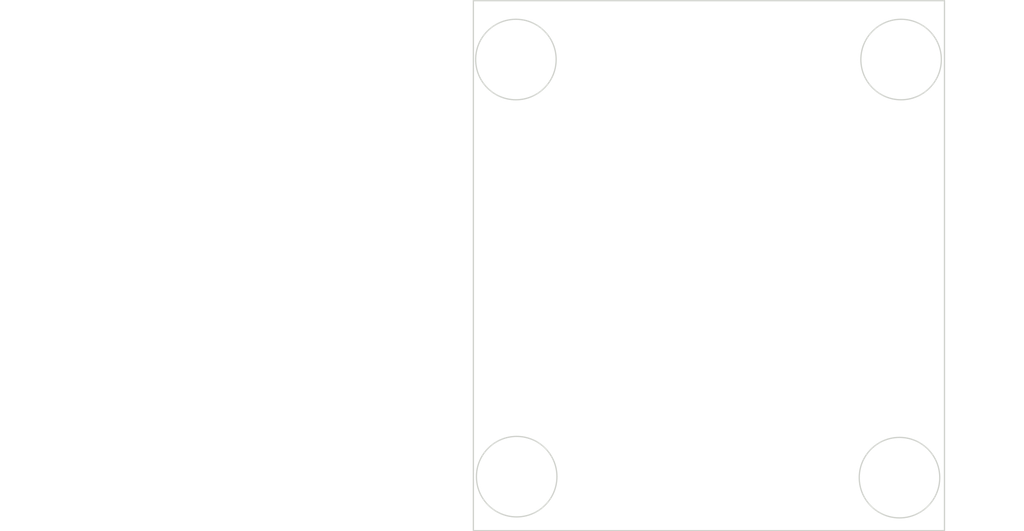
<source format=kicad_pcb>
(kicad_pcb
	(version 20240108)
	(generator "pcbnew")
	(generator_version "8.0")
	(general
		(thickness 1.6)
		(legacy_teardrops no)
	)
	(paper "A4")
	(layers
		(0 "F.Cu" signal)
		(31 "B.Cu" signal)
		(32 "B.Adhes" user "B.Adhesive")
		(33 "F.Adhes" user "F.Adhesive")
		(34 "B.Paste" user)
		(35 "F.Paste" user)
		(36 "B.SilkS" user "B.Silkscreen")
		(37 "F.SilkS" user "F.Silkscreen")
		(38 "B.Mask" user)
		(39 "F.Mask" user)
		(40 "Dwgs.User" user "User.Drawings")
		(41 "Cmts.User" user "User.Comments")
		(42 "Eco1.User" user "User.Eco1")
		(43 "Eco2.User" user "User.Eco2")
		(44 "Edge.Cuts" user)
		(45 "Margin" user)
		(46 "B.CrtYd" user "B.Courtyard")
		(47 "F.CrtYd" user "F.Courtyard")
		(48 "B.Fab" user)
		(49 "F.Fab" user)
		(50 "User.1" user)
		(51 "User.2" user)
		(52 "User.3" user)
		(53 "User.4" user)
		(54 "User.5" user)
		(55 "User.6" user)
		(56 "User.7" user)
		(57 "User.8" user)
		(58 "User.9" user)
	)
	(setup
		(pad_to_mask_clearance 0)
		(allow_soldermask_bridges_in_footprints no)
		(pcbplotparams
			(layerselection 0x00010fc_ffffffff)
			(plot_on_all_layers_selection 0x0000000_00000000)
			(disableapertmacros no)
			(usegerberextensions no)
			(usegerberattributes yes)
			(usegerberadvancedattributes yes)
			(creategerberjobfile yes)
			(dashed_line_dash_ratio 12.000000)
			(dashed_line_gap_ratio 3.000000)
			(svgprecision 4)
			(plotframeref no)
			(viasonmask no)
			(mode 1)
			(useauxorigin no)
			(hpglpennumber 1)
			(hpglpenspeed 20)
			(hpglpendiameter 15.000000)
			(pdf_front_fp_property_popups yes)
			(pdf_back_fp_property_popups yes)
			(dxfpolygonmode yes)
			(dxfimperialunits yes)
			(dxfusepcbnewfont yes)
			(psnegative no)
			(psa4output no)
			(plotreference yes)
			(plotvalue yes)
			(plotfptext yes)
			(plotinvisibletext no)
			(sketchpadsonfab no)
			(subtractmaskfromsilk no)
			(outputformat 1)
			(mirror no)
			(drillshape 1)
			(scaleselection 1)
			(outputdirectory "")
		)
	)
	(net 0 "")
	(gr_rect
		(start 210.631892 62.482892)
		(end 210.631892 62.482892)
		(stroke
			(width 0.2)
			(type default)
		)
		(fill none)
		(layer "F.Cu")
		(uuid "0ce4c932-809a-4390-93bf-6260caba6eea")
	)
	(gr_rect
		(start 51.818 48.766892)
		(end 51.818 48.766892)
		(stroke
			(width 0.2)
			(type default)
		)
		(fill none)
		(layer "F.Cu")
		(uuid "9b9b9b2f-abc6-400b-9f51-9e22a4662d1b")
	)
	(gr_rect
		(start 125.222 43.688)
		(end 198.374 125.984)
		(stroke
			(width 0.2)
			(type default)
		)
		(fill none)
		(layer "Edge.Cuts")
		(uuid "2de5caed-c6c0-4fd2-8b87-3e0136ec8933")
	)
	(gr_circle
		(center 131.826 52.832)
		(end 138.076 52.832)
		(stroke
			(width 0.2)
			(type default)
		)
		(fill none)
		(layer "Edge.Cuts")
		(uuid "4ddfcb0c-d7d7-487b-91af-dded53c055e5")
	)
	(gr_circle
		(center 191.638022 52.832)
		(end 197.888022 52.832)
		(stroke
			(width 0.2)
			(type default)
		)
		(fill none)
		(layer "Edge.Cuts")
		(uuid "938dcbc5-fde7-4974-802f-6ced1bfb4e55")
	)
	(gr_circle
		(center 131.948022 117.602)
		(end 138.198022 117.602)
		(stroke
			(width 0.2)
			(type default)
		)
		(fill none)
		(layer "Edge.Cuts")
		(uuid "a54182d7-eae0-4091-9b7f-6c73097e8a4c")
	)
	(gr_circle
		(center 191.389 117.756)
		(end 197.639 117.756)
		(stroke
			(width 0.2)
			(type default)
		)
		(fill none)
		(layer "Edge.Cuts")
		(uuid "e0216186-4270-4875-b00b-a042dfa640ec")
	)
	(gr_line
		(start 191.262 59.3725)
		(end 191.262 111.506)
		(stroke
			(width 0.2)
			(type default)
		)
		(layer "F.Fab")
		(uuid "24b951aa-2bca-48b8-8e40-fba91e52d785")
	)
	(gr_line
		(start 132.334 59.182)
		(end 132.334 110.998)
		(stroke
			(width 0.2)
			(type default)
		)
		(layer "F.Fab")
		(uuid "823cf912-5556-46a8-b979-5121f6f7ebdb")
	)
	(gr_line
		(start 138.303 116.84)
		(end 185.166 116.84)
		(stroke
			(width 0.2)
			(type default)
		)
		(layer "F.Fab")
		(uuid "b08da436-ba27-4551-8c5f-1e07dc709cc1")
	)
	(gr_line
		(start 138.049 53.086)
		(end 184.912 53.086)
		(stroke
			(width 0.2)
			(type default)
		)
		(layer "F.Fab")
		(uuid "c864d076-9828-49f0-84d3-7887ddea8829")
	)
)
</source>
